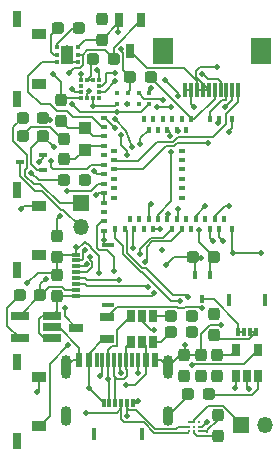
<source format=gbr>
%TF.GenerationSoftware,KiCad,Pcbnew,(5.99.0-8775-g06a515339c)*%
%TF.CreationDate,2021-02-15T16:58:28-05:00*%
%TF.ProjectId,mk2,6d6b322e-6b69-4636-9164-5f7063625858,rev?*%
%TF.SameCoordinates,Original*%
%TF.FileFunction,Copper,L1,Top*%
%TF.FilePolarity,Positive*%
%FSLAX46Y46*%
G04 Gerber Fmt 4.6, Leading zero omitted, Abs format (unit mm)*
G04 Created by KiCad (PCBNEW (5.99.0-8775-g06a515339c)) date 2021-02-15 16:58:28*
%MOMM*%
%LPD*%
G01*
G04 APERTURE LIST*
G04 Aperture macros list*
%AMRoundRect*
0 Rectangle with rounded corners*
0 $1 Rounding radius*
0 $2 $3 $4 $5 $6 $7 $8 $9 X,Y pos of 4 corners*
0 Add a 4 corners polygon primitive as box body*
4,1,4,$2,$3,$4,$5,$6,$7,$8,$9,$2,$3,0*
0 Add four circle primitives for the rounded corners*
1,1,$1+$1,$2,$3*
1,1,$1+$1,$4,$5*
1,1,$1+$1,$6,$7*
1,1,$1+$1,$8,$9*
0 Add four rect primitives between the rounded corners*
20,1,$1+$1,$2,$3,$4,$5,0*
20,1,$1+$1,$4,$5,$6,$7,0*
20,1,$1+$1,$6,$7,$8,$9,0*
20,1,$1+$1,$8,$9,$2,$3,0*%
G04 Aperture macros list end*
%TA.AperFunction,SMDPad,CuDef*%
%ADD10RoundRect,0.237500X0.287500X0.237500X-0.287500X0.237500X-0.287500X-0.237500X0.287500X-0.237500X0*%
%TD*%
%TA.AperFunction,SMDPad,CuDef*%
%ADD11RoundRect,0.237500X-0.237500X0.287500X-0.237500X-0.287500X0.237500X-0.287500X0.237500X0.287500X0*%
%TD*%
%TA.AperFunction,SMDPad,CuDef*%
%ADD12C,0.229500*%
%TD*%
%TA.AperFunction,SMDPad,CuDef*%
%ADD13RoundRect,0.237500X0.237500X-0.287500X0.237500X0.287500X-0.237500X0.287500X-0.237500X-0.287500X0*%
%TD*%
%TA.AperFunction,SMDPad,CuDef*%
%ADD14R,0.300000X0.350000*%
%TD*%
%TA.AperFunction,SMDPad,CuDef*%
%ADD15R,0.350000X0.300000*%
%TD*%
%TA.AperFunction,SMDPad,CuDef*%
%ADD16R,0.400000X0.600000*%
%TD*%
%TA.AperFunction,SMDPad,CuDef*%
%ADD17R,0.600000X0.400000*%
%TD*%
%TA.AperFunction,SMDPad,CuDef*%
%ADD18R,0.650000X1.060000*%
%TD*%
%TA.AperFunction,SMDPad,CuDef*%
%ADD19R,1.220000X0.650000*%
%TD*%
%TA.AperFunction,SMDPad,CuDef*%
%ADD20R,0.700000X0.450000*%
%TD*%
%TA.AperFunction,SMDPad,CuDef*%
%ADD21R,0.650000X1.220000*%
%TD*%
%TA.AperFunction,SMDPad,CuDef*%
%ADD22R,1.270000X0.900000*%
%TD*%
%TA.AperFunction,SMDPad,CuDef*%
%ADD23R,0.800000X1.450000*%
%TD*%
%TA.AperFunction,SMDPad,CuDef*%
%ADD24R,0.300000X1.300000*%
%TD*%
%TA.AperFunction,SMDPad,CuDef*%
%ADD25R,1.800000X2.200000*%
%TD*%
%TA.AperFunction,SMDPad,CuDef*%
%ADD26R,0.300000X0.700000*%
%TD*%
%TA.AperFunction,SMDPad,CuDef*%
%ADD27R,0.300000X1.000000*%
%TD*%
%TA.AperFunction,SMDPad,CuDef*%
%ADD28RoundRect,0.237500X-0.287500X-0.237500X0.287500X-0.237500X0.287500X0.237500X-0.287500X0.237500X0*%
%TD*%
%TA.AperFunction,SMDPad,CuDef*%
%ADD29R,0.400000X0.420000*%
%TD*%
%TA.AperFunction,ComponentPad*%
%ADD30R,1.350000X1.350000*%
%TD*%
%TA.AperFunction,ComponentPad*%
%ADD31O,1.350000X1.350000*%
%TD*%
%TA.AperFunction,SMDPad,CuDef*%
%ADD32R,0.450000X0.700000*%
%TD*%
%TA.AperFunction,SMDPad,CuDef*%
%ADD33RoundRect,0.093750X0.093750X0.106250X-0.093750X0.106250X-0.093750X-0.106250X0.093750X-0.106250X0*%
%TD*%
%TA.AperFunction,ComponentPad*%
%ADD34C,0.500000*%
%TD*%
%TA.AperFunction,SMDPad,CuDef*%
%ADD35R,1.000000X1.600000*%
%TD*%
%TA.AperFunction,SMDPad,CuDef*%
%ADD36R,1.100000X1.050000*%
%TD*%
%TA.AperFunction,SMDPad,CuDef*%
%ADD37R,0.600000X1.160000*%
%TD*%
%TA.AperFunction,SMDPad,CuDef*%
%ADD38R,0.300000X1.160000*%
%TD*%
%TA.AperFunction,ComponentPad*%
%ADD39O,0.900000X2.000000*%
%TD*%
%TA.AperFunction,ComponentPad*%
%ADD40O,0.900000X1.700000*%
%TD*%
%TA.AperFunction,SMDPad,CuDef*%
%ADD41R,0.700000X0.300000*%
%TD*%
%TA.AperFunction,SMDPad,CuDef*%
%ADD42R,1.000000X0.300000*%
%TD*%
%TA.AperFunction,SMDPad,CuDef*%
%ADD43R,1.560000X0.650000*%
%TD*%
%TA.AperFunction,ViaPad*%
%ADD44C,0.500000*%
%TD*%
%TA.AperFunction,Conductor*%
%ADD45C,0.130000*%
%TD*%
%TA.AperFunction,Conductor*%
%ADD46C,0.200000*%
%TD*%
G04 APERTURE END LIST*
D10*
%TO.P,R4,1*%
%TO.N,Net-(IC1-Pad35)*%
X27799000Y-39878000D03*
%TO.P,R4,2*%
%TO.N,USB_DP*%
X26049000Y-39878000D03*
%TD*%
%TO.P,R13,1*%
%TO.N,BACKLIGHT*%
X29704000Y-33528000D03*
%TO.P,R13,2*%
%TO.N,GND*%
X27954000Y-33528000D03*
%TD*%
D11*
%TO.P,R14,1*%
%TO.N,VIN*%
X29718000Y-38368000D03*
%TO.P,R14,2*%
%TO.N,Net-(J4-Pad1)*%
X29718000Y-40118000D03*
%TD*%
D12*
%TO.P,U6,A1,TH*%
%TO.N,+BATT*%
X27600000Y-47477000D03*
%TO.P,U6,A2,BATT*%
X28000000Y-47477000D03*
%TO.P,U6,A3,NC*%
%TO.N,N/C*%
X28400000Y-47477000D03*
%TO.P,U6,B1,SCL*%
%TO.N,SCL*%
X27600000Y-47877000D03*
%TO.P,U6,B2,~ALRT~*%
%TO.N,N/C*%
X28000000Y-47877000D03*
%TO.P,U6,B3,SYS*%
%TO.N,BATTPOW*%
X28400000Y-47877000D03*
%TO.P,U6,C1,SDA*%
%TO.N,SDA*%
X27600000Y-48277000D03*
%TO.P,U6,C2,REG*%
%TO.N,Net-(C10-Pad1)*%
X28000000Y-48277000D03*
%TO.P,U6,C3,GND*%
%TO.N,GND*%
X28400000Y-48277000D03*
%TD*%
D13*
%TO.P,C4,1*%
%TO.N,VIN*%
X16383000Y-36816000D03*
%TO.P,C4,2*%
%TO.N,GND*%
X16383000Y-35066000D03*
%TD*%
D10*
%TO.P,C9,1*%
%TO.N,LCD_DISP*%
X24370000Y-18288000D03*
%TO.P,C9,2*%
%TO.N,GND*%
X22620000Y-18288000D03*
%TD*%
D13*
%TO.P,C8,1*%
%TO.N,+5V*%
X20193000Y-15099000D03*
%TO.P,C8,2*%
%TO.N,GND*%
X20193000Y-13349000D03*
%TD*%
D14*
%TO.P,U4,1,SDO*%
%TO.N,GND*%
X18427000Y-20079000D03*
%TO.P,U4,2,SDX*%
%TO.N,SDA*%
X18927000Y-20079000D03*
%TO.P,U4,3,VDDIO*%
%TO.N,VCC*%
X19427000Y-20079000D03*
%TO.P,U4,4*%
%TO.N,N/C*%
X19927000Y-20079000D03*
D15*
%TO.P,U4,5,INT1*%
%TO.N,ACCELINT1*%
X19952000Y-19554000D03*
%TO.P,U4,6,INT2*%
%TO.N,ACCELINT2*%
X19952000Y-19054000D03*
D14*
%TO.P,U4,7,VDD*%
%TO.N,VCC*%
X19927000Y-18529000D03*
%TO.P,U4,8,GNDIO*%
%TO.N,GND*%
X19427000Y-18529000D03*
%TO.P,U4,9,GND*%
X18927000Y-18529000D03*
%TO.P,U4,10,~CSB~*%
%TO.N,VCC*%
X18427000Y-18529000D03*
D15*
%TO.P,U4,11*%
%TO.N,N/C*%
X18402000Y-19054000D03*
%TO.P,U4,12,SCX*%
%TO.N,SCL*%
X18402000Y-19554000D03*
%TD*%
D10*
%TO.P,R15,1*%
%TO.N,BUZZER*%
X15250000Y-23250000D03*
%TO.P,R15,2*%
%TO.N,GND*%
X13500000Y-23250000D03*
%TD*%
D16*
%TO.P,IC1,1,GND_1*%
%TO.N,GND*%
X31250000Y-21850000D03*
%TO.P,IC1,2,GND_2*%
X30150000Y-21850000D03*
%TO.P,IC1,3,P1.10*%
%TO.N,LCD_CS*%
X29350000Y-21850000D03*
%TO.P,IC1,4,P1.11*%
%TO.N,LCD_DISP*%
X27750000Y-21850000D03*
%TO.P,IC1,5,P1.12*%
%TO.N,N/C*%
X27350000Y-22750000D03*
%TO.P,IC1,6,P1.13*%
X26950000Y-21850000D03*
%TO.P,IC1,7,P1.14*%
%TO.N,ACCELINT1*%
X26550000Y-22750000D03*
%TO.P,IC1,8,P1.15*%
%TO.N,N/C*%
X26150000Y-21850000D03*
%TO.P,IC1,9,P0.03*%
%TO.N,ACCELINT2*%
X25750000Y-22750000D03*
%TO.P,IC1,10,P0.29*%
%TO.N,N/C*%
X25350000Y-21850000D03*
%TO.P,IC1,11,P0.02*%
X24950000Y-22750000D03*
%TO.P,IC1,12,P0.31*%
X24550000Y-21850000D03*
%TO.P,IC1,13,P0.28*%
%TO.N,BUZZER*%
X24150000Y-22750000D03*
%TO.P,IC1,14,P0.30*%
%TO.N,N/C*%
X23750000Y-21850000D03*
D17*
%TO.P,IC1,15,GND_3*%
%TO.N,GND*%
X20350000Y-21700000D03*
%TO.P,IC1,16,P0.27*%
%TO.N,5VREG_EN*%
X20350000Y-22500000D03*
%TO.P,IC1,17,P0.00/XL1*%
%TO.N,/XL1*%
X20350000Y-23300000D03*
%TO.P,IC1,18,P0.01/XL2*%
%TO.N,/XL2*%
X20350000Y-24100000D03*
%TO.P,IC1,19,P0.26*%
%TO.N,N/C*%
X21250000Y-24500000D03*
%TO.P,IC1,20,P0.04*%
X20350000Y-24900000D03*
%TO.P,IC1,21,P0.05*%
%TO.N,SPI_CLK*%
X21250000Y-25300000D03*
%TO.P,IC1,22,P0.06*%
%TO.N,BUTTON1*%
X20350000Y-25700000D03*
%TO.P,IC1,23,P0.07*%
%TO.N,SPI_MOSI*%
X21250000Y-26100000D03*
%TO.P,IC1,24,P0.08*%
%TO.N,BUTTON5*%
X20350000Y-26500000D03*
%TO.P,IC1,25,P1.08*%
%TO.N,N/C*%
X21250000Y-26900000D03*
%TO.P,IC1,26,P1.09*%
%TO.N,BUTTON3*%
X20350000Y-27300000D03*
%TO.P,IC1,27,P0.11*%
%TO.N,N/C*%
X21250000Y-27700000D03*
%TO.P,IC1,28,VDD*%
%TO.N,VCC*%
X20350000Y-28100000D03*
%TO.P,IC1,29,P0.12*%
%TO.N,N/C*%
X21250000Y-28500000D03*
%TO.P,IC1,30,VDDH*%
%TO.N,VCC*%
X20350000Y-28900000D03*
%TO.P,IC1,31,DCCH*%
%TO.N,N/C*%
X20350000Y-29700000D03*
%TO.P,IC1,32,VBUS*%
%TO.N,VUSB*%
X20350000Y-30500000D03*
%TO.P,IC1,33,GND_4*%
%TO.N,GND*%
X20350000Y-31300000D03*
D16*
%TO.P,IC1,34,D-*%
%TO.N,Net-(IC1-Pad34)*%
X21350000Y-31150000D03*
%TO.P,IC1,35,D+*%
%TO.N,Net-(IC1-Pad35)*%
X22150000Y-31150000D03*
%TO.P,IC1,36,P0.14*%
%TO.N,N/C*%
X22550000Y-30250000D03*
%TO.P,IC1,37,P0.13*%
%TO.N,SPARE*%
X22950000Y-31150000D03*
%TO.P,IC1,38,P0.16*%
%TO.N,N/C*%
X23350000Y-30250000D03*
%TO.P,IC1,39,P0.15*%
X23750000Y-31150000D03*
%TO.P,IC1,40,P0.18/RESET*%
%TO.N,RST*%
X24150000Y-30250000D03*
%TO.P,IC1,41,P0.17*%
%TO.N,RTCIRQ*%
X24550000Y-31150000D03*
%TO.P,IC1,42,P0.19*%
%TO.N,SQW*%
X24950000Y-30250000D03*
%TO.P,IC1,43,P0.21*%
%TO.N,SIDE_INT*%
X25750000Y-30250000D03*
%TO.P,IC1,44,P0.20*%
%TO.N,SDA*%
X26150000Y-31150000D03*
%TO.P,IC1,45,P0.23*%
%TO.N,BACKLIGHT*%
X26550000Y-30250000D03*
%TO.P,IC1,46,P0.22*%
%TO.N,SCL*%
X26950000Y-31150000D03*
%TO.P,IC1,47,P1.00*%
%TO.N,N/C*%
X27350000Y-30250000D03*
%TO.P,IC1,48,P0.24*%
X27750000Y-31150000D03*
%TO.P,IC1,49,P0.25*%
%TO.N,FLASHLIGHT*%
X28150000Y-30250000D03*
%TO.P,IC1,50,P1.02*%
%TO.N,N/C*%
X28950000Y-30250000D03*
%TO.P,IC1,51,SWDIO*%
%TO.N,SWDIO*%
X29350000Y-31150000D03*
%TO.P,IC1,52,P0.09/NFC1*%
%TO.N,CHGNG*%
X29750000Y-30250000D03*
%TO.P,IC1,53,SWDCLK*%
%TO.N,SWDCLK*%
X30150000Y-31150000D03*
%TO.P,IC1,54,P0.10/NFC2*%
%TO.N,N/C*%
X30550000Y-30250000D03*
%TO.P,IC1,55,GND_5*%
%TO.N,GND*%
X31250000Y-31150000D03*
D17*
%TO.P,IC1,56,P1.04*%
%TO.N,N/C*%
X26950000Y-24500000D03*
%TO.P,IC1,57,P1.06*%
X26950000Y-25300000D03*
%TO.P,IC1,58,P1.07*%
X26950000Y-26100000D03*
%TO.P,IC1,59,P1.05*%
X26950000Y-26900000D03*
%TO.P,IC1,60,P1.03*%
X26950000Y-27700000D03*
%TO.P,IC1,61,P1.01*%
X26950000Y-28500000D03*
%TD*%
D18*
%TO.P,U3,1,STAT*%
%TO.N,CHGNG*%
X31550000Y-43600000D03*
%TO.P,U3,2,VSS*%
%TO.N,GND*%
X32500000Y-43600000D03*
%TO.P,U3,3,VBAT*%
%TO.N,BATTPOW*%
X33450000Y-43600000D03*
%TO.P,U3,4,VDD*%
%TO.N,VUSB*%
X33450000Y-41400000D03*
%TO.P,U3,5,PROG*%
%TO.N,Net-(R9-Pad1)*%
X31550000Y-41400000D03*
%TD*%
D13*
%TO.P,C10,1*%
%TO.N,Net-(C10-Pad1)*%
X30000000Y-48627000D03*
%TO.P,C10,2*%
%TO.N,GND*%
X30000000Y-46877000D03*
%TD*%
D19*
%TO.P,D1,1,A*%
%TO.N,VUSB*%
X20620000Y-40450000D03*
%TO.P,D1,2,A*%
%TO.N,BATTPOW*%
X20620000Y-38550000D03*
%TO.P,D1,3,K*%
%TO.N,Net-(D1-Pad3)*%
X18000000Y-39500000D03*
%TD*%
D20*
%TO.P,Q4,1,G*%
%TO.N,BUZZER*%
X15250000Y-26150000D03*
%TO.P,Q4,2,S*%
%TO.N,GND*%
X15250000Y-24850000D03*
%TO.P,Q4,3,D*%
%TO.N,Net-(J3-Pad2)*%
X13250000Y-25500000D03*
%TD*%
D10*
%TO.P,C20,1*%
%TO.N,BATTPOW*%
X29250000Y-45127000D03*
%TO.P,C20,2*%
%TO.N,GND*%
X27500000Y-45127000D03*
%TD*%
D18*
%TO.P,U5,1,CH1Out*%
%TO.N,USB_DN*%
X24572000Y-38524000D03*
%TO.P,U5,2,GND*%
%TO.N,GND*%
X23622000Y-38524000D03*
%TO.P,U5,3,CH1In*%
%TO.N,USB_DN_EXT*%
X22672000Y-38524000D03*
%TO.P,U5,4,CH2Int*%
%TO.N,USB_DP_EXT*%
X22672000Y-40724000D03*
%TO.P,U5,5,VCC*%
%TO.N,VUSB*%
X23622000Y-40724000D03*
%TO.P,U5,6,CH2Out*%
%TO.N,USB_DP*%
X24572000Y-40724000D03*
%TD*%
D21*
%TO.P,D2,1,A*%
%TO.N,VIN*%
X23556000Y-13422000D03*
%TO.P,D2,2,A*%
%TO.N,+5V*%
X21656000Y-13422000D03*
%TO.P,D2,3,K*%
%TO.N,DISP_POWER*%
X22606000Y-16042000D03*
%TD*%
D22*
%TO.P,SW2,1,1*%
%TO.N,GND*%
X14885000Y-14650000D03*
%TO.P,SW2,2,2*%
%TO.N,BUTTON1*%
X14885000Y-18850000D03*
D23*
%TO.P,SW2,3*%
%TO.N,N/C*%
X13000000Y-13375000D03*
%TO.P,SW2,4*%
X13000000Y-20125000D03*
%TD*%
D24*
%TO.P,J1,1,Pin_1*%
%TO.N,SPI_CLK*%
X31750000Y-19350000D03*
%TO.P,J1,2,Pin_2*%
%TO.N,SPI_MOSI*%
X31250000Y-19350000D03*
%TO.P,J1,3,Pin_3*%
%TO.N,LCD_CS*%
X30750000Y-19350000D03*
%TO.P,J1,4,Pin_4*%
%TO.N,SQW*%
X30250000Y-19350000D03*
%TO.P,J1,5,Pin_5*%
%TO.N,LCD_DISP*%
X29750000Y-19350000D03*
%TO.P,J1,6,Pin_6*%
%TO.N,DISP_POWER*%
X29250000Y-19350000D03*
%TO.P,J1,7,Pin_7*%
X28750000Y-19350000D03*
%TO.P,J1,8,Pin_8*%
X28250000Y-19350000D03*
%TO.P,J1,9,Pin_9*%
%TO.N,GND*%
X27750000Y-19350000D03*
%TO.P,J1,10,Pin_10*%
X27250000Y-19350000D03*
D25*
%TO.P,J1,MP*%
%TO.N,N/C*%
X25350000Y-16100000D03*
X33650000Y-16100000D03*
%TD*%
D26*
%TO.P,J7,1,1*%
%TO.N,VUSB*%
X20340000Y-45844000D03*
%TO.P,J7,2,2*%
%TO.N,USB_DN_EXT*%
X20840000Y-45844000D03*
%TO.P,J7,3,3*%
%TO.N,USB_DP_EXT*%
X21340000Y-45844000D03*
%TO.P,J7,4,4*%
%TO.N,SDA*%
X21840000Y-45844000D03*
%TO.P,J7,5,5*%
%TO.N,SCL*%
X22340000Y-45844000D03*
%TO.P,J7,6,6*%
%TO.N,GND*%
X22840000Y-45844000D03*
D27*
%TO.P,J7,S1,SHIELD*%
%TO.N,N/C*%
X19550000Y-48494000D03*
%TO.P,J7,S2,SHIELD__1*%
X23630000Y-48494000D03*
%TD*%
D11*
%TO.P,R9,1*%
%TO.N,Net-(R9-Pad1)*%
X29972000Y-41797000D03*
%TO.P,R9,2*%
%TO.N,GND*%
X29972000Y-43547000D03*
%TD*%
D26*
%TO.P,J4,1,1*%
%TO.N,Net-(J4-Pad1)*%
X33250000Y-39825000D03*
%TO.P,J4,2,2*%
X32750000Y-39825000D03*
%TO.P,J4,3,3*%
%TO.N,Net-(J4-Pad3)*%
X32250000Y-39825000D03*
%TO.P,J4,4,4*%
X31750000Y-39825000D03*
D27*
%TO.P,J4,S1,SHIELD*%
%TO.N,N/C*%
X34040000Y-37175000D03*
%TO.P,J4,S2,SHIELD__1*%
X30960000Y-37175000D03*
%TD*%
D11*
%TO.P,C2,1*%
%TO.N,GND*%
X17000000Y-23500000D03*
%TO.P,C2,2*%
%TO.N,/XL2*%
X17000000Y-25250000D03*
%TD*%
D28*
%TO.P,C5,1*%
%TO.N,GND*%
X19445000Y-16764000D03*
%TO.P,C5,2*%
%TO.N,VIN*%
X21195000Y-16764000D03*
%TD*%
D29*
%TO.P,IC2,1,SDA*%
%TO.N,SDA*%
X24210000Y-19616000D03*
%TO.P,IC2,2,SQW*%
%TO.N,SQW*%
X23310000Y-19616000D03*
%TO.P,IC2,3,VSS*%
%TO.N,GND*%
X22410000Y-19616000D03*
%TO.P,IC2,4*%
%TO.N,N/C*%
X21510000Y-19616000D03*
%TO.P,IC2,5,VCC*%
%TO.N,VCC*%
X21510000Y-20516000D03*
%TO.P,IC2,6,~IRQ/OUT~*%
%TO.N,RTCIRQ*%
X22410000Y-20516000D03*
%TO.P,IC2,7*%
%TO.N,N/C*%
X23310000Y-20516000D03*
%TO.P,IC2,8,SCL*%
%TO.N,SCL*%
X24210000Y-20516000D03*
%TD*%
D30*
%TO.P,BT1,1,+*%
%TO.N,+BATT*%
X32000000Y-47750000D03*
D31*
%TO.P,BT1,2,-*%
%TO.N,GND*%
X34000000Y-47750000D03*
%TD*%
D22*
%TO.P,SW4,1,1*%
%TO.N,GND*%
X14885000Y-43650000D03*
%TO.P,SW4,2,2*%
%TO.N,BUTTON3*%
X14885000Y-47850000D03*
D23*
%TO.P,SW4,3*%
%TO.N,N/C*%
X13000000Y-42375000D03*
%TO.P,SW4,4*%
X13000000Y-49125000D03*
%TD*%
D10*
%TO.P,C6,1*%
%TO.N,Net-(C6-Pad1)*%
X18274000Y-14097000D03*
%TO.P,C6,2*%
%TO.N,Net-(C6-Pad2)*%
X16524000Y-14097000D03*
%TD*%
D32*
%TO.P,Q3,1,G*%
%TO.N,BACKLIGHT*%
X29352000Y-35068000D03*
%TO.P,Q3,2,S*%
%TO.N,GND*%
X28052000Y-35068000D03*
%TO.P,Q3,3,D*%
%TO.N,Net-(J4-Pad3)*%
X28702000Y-37068000D03*
%TD*%
D33*
%TO.P,U1,1,GND*%
%TO.N,GND*%
X18140500Y-17033000D03*
%TO.P,U1,2,VIN*%
%TO.N,VIN*%
X18140500Y-16383000D03*
%TO.P,U1,3,VOUT*%
%TO.N,+5V*%
X18140500Y-15733000D03*
%TO.P,U1,4,CP+*%
%TO.N,Net-(C6-Pad1)*%
X16365500Y-15733000D03*
%TO.P,U1,5,CP-*%
%TO.N,Net-(C6-Pad2)*%
X16365500Y-16383000D03*
%TO.P,U1,6,ENA*%
%TO.N,5VREG_EN*%
X16365500Y-17033000D03*
D34*
%TO.P,U1,7,EP*%
%TO.N,GND*%
X17253000Y-15833000D03*
X17253000Y-16933000D03*
D35*
X17253000Y-16383000D03*
%TD*%
D36*
%TO.P,Y1,1,1*%
%TO.N,/XL2*%
X18750000Y-24425000D03*
%TO.P,Y1,2,2*%
%TO.N,/XL1*%
X18750000Y-22575000D03*
%TD*%
D37*
%TO.P,J2,A1,GND*%
%TO.N,GND*%
X18300000Y-42240000D03*
%TO.P,J2,A4,VBUS*%
%TO.N,VUSB*%
X19100000Y-42240000D03*
D38*
%TO.P,J2,A5,CC1*%
%TO.N,Net-(J2-PadA5)*%
X20250000Y-42240000D03*
%TO.P,J2,A6,D+*%
%TO.N,USB_DP_EXT*%
X21250000Y-42240000D03*
%TO.P,J2,A7,D-*%
%TO.N,USB_DN_EXT*%
X21750000Y-42240000D03*
%TO.P,J2,A8,SBU1*%
%TO.N,N/C*%
X22750000Y-42240000D03*
D37*
%TO.P,J2,A9,VBUS*%
%TO.N,VUSB*%
X23900000Y-42240000D03*
%TO.P,J2,A12,GND*%
%TO.N,GND*%
X24700000Y-42240000D03*
D38*
%TO.P,J2,B5,CC2*%
%TO.N,Net-(J2-PadB5)*%
X23250000Y-42240000D03*
%TO.P,J2,B6,D+*%
%TO.N,USB_DP_EXT*%
X22250000Y-42240000D03*
%TO.P,J2,B7,D-*%
%TO.N,USB_DN_EXT*%
X20750000Y-42240000D03*
%TO.P,J2,B8,SBU2*%
%TO.N,N/C*%
X19750000Y-42240000D03*
D39*
%TO.P,J2,S1,SHIELD*%
%TO.N,GND*%
X25820000Y-42820000D03*
D40*
X25820000Y-46990000D03*
D39*
X17180000Y-42820000D03*
D40*
X17180000Y-46990000D03*
%TD*%
D11*
%TO.P,C7,1*%
%TO.N,VCC*%
X16383000Y-31764000D03*
%TO.P,C7,2*%
%TO.N,GND*%
X16383000Y-33514000D03*
%TD*%
D10*
%TO.P,R3,1*%
%TO.N,Net-(IC1-Pad34)*%
X27799000Y-38481000D03*
%TO.P,R3,2*%
%TO.N,USB_DN*%
X26049000Y-38481000D03*
%TD*%
D13*
%TO.P,R11,1*%
%TO.N,Net-(J2-PadA5)*%
X27178000Y-43547000D03*
%TO.P,R11,2*%
%TO.N,GND*%
X27178000Y-41797000D03*
%TD*%
D10*
%TO.P,R16,1*%
%TO.N,VCC*%
X15250000Y-21750000D03*
%TO.P,R16,2*%
%TO.N,Net-(J3-Pad1)*%
X13500000Y-21750000D03*
%TD*%
D41*
%TO.P,J5,1,1*%
%TO.N,VIN*%
X18030000Y-36802000D03*
%TO.P,J5,2,2*%
%TO.N,VCC*%
X18030000Y-36302000D03*
%TO.P,J5,3,3*%
%TO.N,FLASHLIGHT*%
X18030000Y-35802000D03*
%TO.P,J5,4,4*%
%TO.N,SIDE_INT*%
X18030000Y-35302000D03*
%TO.P,J5,5,5*%
%TO.N,SDA*%
X18030000Y-34802000D03*
%TO.P,J5,6,6*%
%TO.N,SCL*%
X18030000Y-34302000D03*
%TO.P,J5,7,7*%
%TO.N,SPARE*%
X18030000Y-33802000D03*
%TO.P,J5,8,8*%
%TO.N,GND*%
X18030000Y-33302000D03*
D42*
%TO.P,J5,S1,SHIELD*%
%TO.N,N/C*%
X20680000Y-37592000D03*
%TO.P,J5,S2,SHIELD__1*%
X20680000Y-32512000D03*
%TD*%
D10*
%TO.P,C3,1*%
%TO.N,VCC*%
X18750000Y-27000000D03*
%TO.P,C3,2*%
%TO.N,GND*%
X17000000Y-27000000D03*
%TD*%
D22*
%TO.P,SW1,1,1*%
%TO.N,GND*%
X14885000Y-29150000D03*
%TO.P,SW1,2,2*%
%TO.N,BUTTON5*%
X14885000Y-33350000D03*
D23*
%TO.P,SW1,3*%
%TO.N,N/C*%
X13000000Y-27875000D03*
%TO.P,SW1,4*%
X13000000Y-34625000D03*
%TD*%
D30*
%TO.P,J3,1,Pin_1*%
%TO.N,Net-(J3-Pad1)*%
X18415000Y-28972000D03*
D31*
%TO.P,J3,2,Pin_2*%
%TO.N,Net-(J3-Pad2)*%
X18415000Y-30972000D03*
%TD*%
D13*
%TO.P,R12,1*%
%TO.N,Net-(J2-PadB5)*%
X28575000Y-43547000D03*
%TO.P,R12,2*%
%TO.N,GND*%
X28575000Y-41797000D03*
%TD*%
D43*
%TO.P,U2,1,VIN*%
%TO.N,VIN*%
X15950000Y-40400000D03*
%TO.P,U2,2,GND*%
%TO.N,GND*%
X15950000Y-39450000D03*
%TO.P,U2,3,EN*%
%TO.N,VIN*%
X15950000Y-38500000D03*
%TO.P,U2,4,FB*%
%TO.N,VCC*%
X13250000Y-38500000D03*
%TO.P,U2,5,SW*%
%TO.N,Net-(L1-Pad1)*%
X13250000Y-40400000D03*
%TD*%
D28*
%TO.P,L1,1,1*%
%TO.N,Net-(L1-Pad1)*%
X13250000Y-36750000D03*
%TO.P,L1,2,2*%
%TO.N,VCC*%
X15000000Y-36750000D03*
%TD*%
D11*
%TO.P,C1,1*%
%TO.N,GND*%
X16750000Y-20250000D03*
%TO.P,C1,2*%
%TO.N,/XL1*%
X16750000Y-22000000D03*
%TD*%
D44*
%TO.N,SPARE*%
X18775000Y-32903335D03*
%TO.N,GND*%
X20000000Y-34850000D03*
%TO.N,SPARE*%
X22860000Y-32754254D03*
%TO.N,SCL*%
X18901577Y-34140798D03*
%TO.N,SDA*%
X19200000Y-33500000D03*
%TO.N,BUTTON3*%
X17354709Y-40995064D03*
%TO.N,VIN*%
X15950000Y-38500000D03*
%TO.N,Net-(D1-Pad3)*%
X17043555Y-37852223D03*
%TO.N,GND*%
X25600000Y-34200000D03*
X28586081Y-33568972D03*
X33655000Y-33172400D03*
X20269200Y-13258800D03*
X14909800Y-25425400D03*
X14986000Y-14478000D03*
X20421600Y-32054800D03*
X24587200Y-39674800D03*
X21336000Y-22606000D03*
X14732000Y-44932600D03*
X23291800Y-45694600D03*
X30073600Y-22148800D03*
X16967200Y-23317200D03*
X27228800Y-40995600D03*
X32639000Y-44704000D03*
X13614400Y-23418800D03*
X21831000Y-15937999D03*
X30073600Y-43561000D03*
X14224000Y-26365200D03*
X16052800Y-18034000D03*
X31292800Y-33172400D03*
X30305498Y-39243000D03*
X30175200Y-46812200D03*
X17983200Y-32664400D03*
X19304000Y-16764000D03*
X13868400Y-35737800D03*
X27990800Y-20777200D03*
X13335000Y-29464000D03*
X30937200Y-22910800D03*
%TO.N,VCC*%
X19822694Y-17679875D03*
X15458018Y-35357588D03*
X22301200Y-24892000D03*
X18750000Y-27000000D03*
X16662400Y-30022800D03*
X15825000Y-21925392D03*
X16383000Y-31764000D03*
X19456400Y-20726400D03*
X21793200Y-23164800D03*
X18427000Y-18020600D03*
X19685000Y-28270200D03*
%TO.N,VIN*%
X24638000Y-36576000D03*
X17399000Y-17907000D03*
X29718000Y-38368000D03*
X16383000Y-36816000D03*
%TO.N,BATTPOW*%
X29121247Y-47442617D03*
X29250000Y-45127000D03*
X28702000Y-37868002D03*
%TO.N,VUSB*%
X22225000Y-44323000D03*
X19100000Y-44604000D03*
X27813000Y-42672000D03*
X20620000Y-40450000D03*
X23622000Y-40724000D03*
X21209000Y-34671000D03*
%TO.N,Net-(IC1-Pad34)*%
X26797000Y-37211000D03*
X27799000Y-38481000D03*
%TO.N,Net-(IC1-Pad35)*%
X27483838Y-36855038D03*
X27799000Y-39878000D03*
%TO.N,RST*%
X24341010Y-28998990D03*
X25265990Y-32932047D03*
%TO.N,SWDIO*%
X29591000Y-32131000D03*
%TO.N,SWDCLK*%
X30480000Y-32131000D03*
%TO.N,SQW*%
X28702000Y-18034000D03*
X26070863Y-24643340D03*
X25400000Y-20193000D03*
%TO.N,SDA*%
X19123667Y-19480928D03*
X22758400Y-24180800D03*
X21323702Y-21854327D03*
X18848188Y-46683812D03*
X24333200Y-19202400D03*
X23410990Y-33269264D03*
%TO.N,RTCIRQ*%
X22352000Y-20574000D03*
X25146000Y-31115000D03*
%TO.N,SCL*%
X23876000Y-33909000D03*
X21452997Y-21219003D03*
X17673385Y-20594010D03*
X17653000Y-19304000D03*
X22352000Y-46990000D03*
%TO.N,Net-(J2-PadB5)*%
X23241000Y-43307000D03*
X28575000Y-43561000D03*
%TO.N,Net-(J2-PadA5)*%
X27178000Y-43547000D03*
X20066000Y-43561000D03*
%TO.N,BACKLIGHT*%
X26670000Y-29464000D03*
X28440990Y-31195332D03*
%TO.N,BUZZER*%
X16118817Y-24224193D03*
X23446133Y-23976758D03*
%TO.N,CHGNG*%
X30988000Y-29210000D03*
X31496000Y-44577000D03*
%TO.N,SPI_MOSI*%
X29210000Y-23876000D03*
X30607000Y-20828000D03*
%TO.N,BUTTON1*%
X14885000Y-18850000D03*
X15890675Y-25418525D03*
%TO.N,BUTTON5*%
X19536732Y-26267732D03*
X14885009Y-33350000D03*
%TO.N,BUTTON3*%
X17272000Y-27925000D03*
%TO.N,DISP_POWER*%
X29972000Y-17429000D03*
%TO.N,ACCELINT2*%
X24892000Y-20828000D03*
X26035000Y-20828000D03*
X21336000Y-17907000D03*
X25965209Y-23283318D03*
%TO.N,ACCELINT1*%
X25553943Y-18548721D03*
X26653168Y-22843168D03*
X21336000Y-18643600D03*
X26635326Y-19896775D03*
%TO.N,+5V*%
X21590000Y-14478000D03*
%TO.N,SIDE_INT*%
X21632548Y-35413990D03*
X25781000Y-29845000D03*
%TO.N,USB_DN_EXT*%
X20746250Y-43807990D03*
X21844000Y-43307000D03*
%TO.N,FLASHLIGHT*%
X24130000Y-36068000D03*
X28956000Y-29210000D03*
%TD*%
D45*
%TO.N,GND*%
X18750000Y-32200000D02*
X18938324Y-32388324D01*
%TO.N,SPARE*%
X18645011Y-33033324D02*
X18775000Y-32903335D01*
X18507020Y-33802000D02*
X18645011Y-33664009D01*
%TO.N,GND*%
X18030000Y-32920000D02*
X18750000Y-32200000D01*
%TO.N,SPARE*%
X18645011Y-33664009D02*
X18645011Y-33033324D01*
X18030000Y-33802000D02*
X18507020Y-33802000D01*
%TO.N,GND*%
X18030000Y-33302000D02*
X18030000Y-32920000D01*
X19950000Y-34800000D02*
X20000000Y-34850000D01*
X18938324Y-32388324D02*
X19022206Y-32388324D01*
X19022206Y-32388324D02*
X19290011Y-32656129D01*
X19290011Y-32656129D02*
X19290011Y-32740011D01*
X19290011Y-32740011D02*
X19950000Y-33400000D01*
X19950000Y-33400000D02*
X19950000Y-34800000D01*
%TO.N,SPARE*%
X22950000Y-31150000D02*
X22860000Y-31240000D01*
X22860000Y-31240000D02*
X22860000Y-32754254D01*
%TO.N,VUSB*%
X21209000Y-34671000D02*
X21209000Y-33509000D01*
X21209000Y-33509000D02*
X20627011Y-32927011D01*
X20627011Y-32927011D02*
X19967991Y-32927011D01*
X19967991Y-32927011D02*
X19784989Y-32744009D01*
X19784989Y-32744009D02*
X19784989Y-30887991D01*
X20172980Y-30500000D02*
X20350000Y-30500000D01*
%TO.N,SCL*%
X18042000Y-34290000D02*
X18752375Y-34290000D01*
%TO.N,SDA*%
X19200000Y-33751004D02*
X19200000Y-33500000D01*
%TO.N,SCL*%
X18752375Y-34290000D02*
X18901577Y-34140798D01*
%TO.N,SDA*%
X18902000Y-34802000D02*
X18030000Y-34802000D01*
X19366588Y-34337412D02*
X19366588Y-33917592D01*
X18902000Y-34802000D02*
X19366588Y-34337412D01*
X19366588Y-33917592D02*
X19200000Y-33751004D01*
%TO.N,VIN*%
X18030000Y-36802000D02*
X16397000Y-36802000D01*
X16397000Y-36802000D02*
X16383000Y-36816000D01*
%TO.N,GND*%
X18030000Y-33302000D02*
X18030000Y-32711200D01*
X18030000Y-32711200D02*
X17983200Y-32664400D01*
%TO.N,VIN*%
X18030000Y-36802000D02*
X24412000Y-36802000D01*
X24412000Y-36802000D02*
X24638000Y-36576000D01*
%TO.N,BUTTON3*%
X15785011Y-46949989D02*
X15785011Y-42564762D01*
X14885000Y-47850000D02*
X15785011Y-46949989D01*
%TO.N,GND*%
X15950000Y-39450000D02*
X16537980Y-39450000D01*
%TO.N,BUTTON3*%
X15785011Y-42564762D02*
X17354709Y-40995064D01*
%TO.N,GND*%
X16537980Y-39450000D02*
X18300000Y-41212020D01*
X18300000Y-41212020D02*
X18300000Y-42240000D01*
%TO.N,Net-(D1-Pad3)*%
X17043555Y-37852223D02*
X17043555Y-38543555D01*
X17043555Y-38543555D02*
X18000000Y-39500000D01*
%TO.N,GND*%
X25600000Y-34200000D02*
X26272000Y-33528000D01*
X26272000Y-33528000D02*
X27954000Y-33528000D01*
X27954000Y-33528000D02*
X28545109Y-33528000D01*
X28545109Y-33528000D02*
X28586081Y-33568972D01*
X14240020Y-22509980D02*
X13500000Y-23250000D01*
X31250000Y-22598000D02*
X30937200Y-22910800D01*
X22620000Y-19406000D02*
X22410000Y-19616000D01*
X27250000Y-19350000D02*
X27750000Y-19350000D01*
X31242000Y-31599952D02*
X31242000Y-33121600D01*
X31250000Y-31591952D02*
X31242000Y-31599952D01*
X18427000Y-20079000D02*
X16921000Y-20079000D01*
X27228800Y-40995600D02*
X27228800Y-41746200D01*
X31250000Y-21850000D02*
X31250000Y-22598000D01*
X19304000Y-18152000D02*
X19304000Y-16764000D01*
X30150000Y-22072400D02*
X30073600Y-22148800D01*
X21831000Y-15937999D02*
X21831000Y-16015000D01*
X16507301Y-23192301D02*
X15824980Y-22509980D01*
X28589020Y-41782980D02*
X28589020Y-40011308D01*
X17760000Y-42240000D02*
X17180000Y-42820000D01*
X28589020Y-40011308D02*
X29357328Y-39243000D01*
X31242000Y-33121600D02*
X31292800Y-33172400D01*
X27750000Y-20536400D02*
X27990800Y-20777200D01*
X19427000Y-18529000D02*
X18927000Y-18529000D01*
X15824980Y-22509980D02*
X14240020Y-22509980D01*
X29125400Y-48277000D02*
X29133800Y-48285400D01*
X28052000Y-35068000D02*
X28052000Y-33626000D01*
X25240000Y-42240000D02*
X25820000Y-42820000D01*
X16159587Y-34842587D02*
X14763613Y-34842587D01*
X23142400Y-45844000D02*
X23291800Y-45694600D01*
X20430000Y-21700000D02*
X21336000Y-22606000D01*
X20350000Y-31300000D02*
X20350000Y-31983200D01*
X14885000Y-43650000D02*
X14885000Y-44779600D01*
X22620000Y-18288000D02*
X22620000Y-19406000D01*
X28400000Y-48277000D02*
X29125400Y-48277000D01*
X24700000Y-42240000D02*
X25240000Y-42240000D01*
X27500000Y-45310000D02*
X25820000Y-46990000D01*
X16750000Y-20250000D02*
X16750000Y-18731200D01*
X29133800Y-48158400D02*
X30000000Y-47292200D01*
X14763613Y-34842587D02*
X13868400Y-35737800D01*
X27750000Y-19350000D02*
X27750000Y-20536400D01*
X16383000Y-35066000D02*
X16383000Y-33514000D01*
X27178000Y-41797000D02*
X28575000Y-41797000D01*
X17000000Y-27000000D02*
X14858800Y-27000000D01*
X16750000Y-18731200D02*
X16052800Y-18034000D01*
X21985020Y-17717820D02*
X22555200Y-18288000D01*
X21985020Y-16244620D02*
X21985020Y-17717820D01*
X21831000Y-16015000D02*
X21793200Y-16052800D01*
X20350000Y-31983200D02*
X20421600Y-32054800D01*
X14858800Y-27000000D02*
X14224000Y-26365200D01*
X13649000Y-29150000D02*
X13335000Y-29464000D01*
X16595000Y-33302000D02*
X18030000Y-33302000D01*
X32500000Y-43600000D02*
X32500000Y-44565000D01*
X16967200Y-23317200D02*
X16507301Y-23192301D01*
X18140500Y-17033000D02*
X17353000Y-17033000D01*
X32500000Y-44565000D02*
X32639000Y-44704000D01*
X15250000Y-25085200D02*
X14909800Y-25425400D01*
X15250000Y-24850000D02*
X15250000Y-25085200D01*
X31250000Y-31150000D02*
X31250000Y-31591952D01*
X29133800Y-48285400D02*
X29133800Y-48158400D01*
X21793200Y-16052800D02*
X21985020Y-16244620D01*
X26843000Y-41797000D02*
X25820000Y-42820000D01*
X22840000Y-45844000D02*
X23142400Y-45844000D01*
X31292800Y-33172400D02*
X33655000Y-33172400D01*
X29357328Y-39243000D02*
X30305498Y-39243000D01*
X14885000Y-29150000D02*
X13649000Y-29150000D01*
X23622000Y-38906020D02*
X24390780Y-39674800D01*
X18300000Y-42240000D02*
X17760000Y-42240000D01*
X24390780Y-39674800D02*
X24587200Y-39674800D01*
X14885000Y-44779600D02*
X14732000Y-44932600D01*
X18927000Y-18529000D02*
X19304000Y-18152000D01*
%TO.N,+BATT*%
X28000000Y-47314953D02*
X28000000Y-47477000D01*
X30445652Y-46086980D02*
X29227973Y-46086980D01*
X29227973Y-46086980D02*
X28000000Y-47314953D01*
X32000000Y-47641328D02*
X30445652Y-46086980D01*
X27600000Y-47477000D02*
X28000000Y-47477000D01*
%TO.N,VCC*%
X16383000Y-31764000D02*
X16383000Y-30302200D01*
X19427000Y-20697000D02*
X19456400Y-20726400D01*
X16828652Y-36025980D02*
X15724020Y-36025980D01*
X13250000Y-38500000D02*
X15000000Y-36750000D01*
X16383000Y-30302200D02*
X16662400Y-30022800D01*
X20350000Y-28900000D02*
X20350000Y-28100000D01*
X21793200Y-24066180D02*
X21793200Y-23164800D01*
X22301200Y-24892000D02*
X22301200Y-24574180D01*
X15000000Y-35815606D02*
X15458018Y-35357588D01*
X22301200Y-24574180D02*
X21793200Y-24066180D01*
X19939000Y-18517000D02*
X19939000Y-18237020D01*
X15724020Y-36025980D02*
X15000000Y-36750000D01*
X19427000Y-20079000D02*
X19427000Y-20697000D01*
X18030000Y-36302000D02*
X17104672Y-36302000D01*
X18427000Y-18529000D02*
X18427000Y-18020600D01*
X15825000Y-21925392D02*
X15425392Y-21925392D01*
X17104672Y-36302000D02*
X16828652Y-36025980D01*
X19927000Y-18529000D02*
X19927000Y-17784181D01*
X21299600Y-20726400D02*
X19456400Y-20726400D01*
X21510000Y-20516000D02*
X21299600Y-20726400D01*
X19855200Y-28100000D02*
X19685000Y-28270200D01*
X19927000Y-17784181D02*
X19822694Y-17679875D01*
X20350000Y-28100000D02*
X19855200Y-28100000D01*
X15000000Y-36750000D02*
X15000000Y-35815606D01*
X18338800Y-17932400D02*
X18427000Y-18020600D01*
%TO.N,VIN*%
X15094000Y-38500000D02*
X15950000Y-38500000D01*
X17800401Y-17505599D02*
X18375279Y-17505599D01*
X16383000Y-36816000D02*
X16383000Y-38067000D01*
X15317980Y-40400000D02*
X14859000Y-39941020D01*
X20454980Y-16023980D02*
X18949348Y-16023980D01*
X18593020Y-17287858D02*
X18593020Y-16380308D01*
X21195000Y-16764000D02*
X21195000Y-15783000D01*
X18375279Y-17505599D02*
X18593020Y-17287858D01*
X18590328Y-16383000D02*
X18949348Y-16023980D01*
X14859000Y-39941020D02*
X14859000Y-38735000D01*
X17399000Y-17907000D02*
X17800401Y-17505599D01*
X16383000Y-38067000D02*
X15950000Y-38500000D01*
X14859000Y-38735000D02*
X15094000Y-38500000D01*
X18140500Y-16383000D02*
X18590328Y-16383000D01*
X21195000Y-16764000D02*
X20454980Y-16023980D01*
X21195000Y-15783000D02*
X23556000Y-13422000D01*
%TO.N,Net-(C10-Pad1)*%
X28217714Y-48656761D02*
X28000000Y-48439047D01*
X29970239Y-48656761D02*
X28217714Y-48656761D01*
X28000000Y-48439047D02*
X28000000Y-48277000D01*
%TO.N,BATTPOW*%
X33450000Y-44655202D02*
X32886201Y-45219001D01*
X21441011Y-37728989D02*
X26552787Y-37728989D01*
X26552787Y-37728989D02*
X26676799Y-37853001D01*
X26676799Y-37853001D02*
X27171201Y-37853001D01*
X32886201Y-45219001D02*
X29342001Y-45219001D01*
X27171201Y-37853001D02*
X27295213Y-37728989D01*
X33450000Y-43600000D02*
X33450000Y-44655202D01*
X28562987Y-37728989D02*
X28702000Y-37868002D01*
X28400000Y-47877000D02*
X28686864Y-47877000D01*
X27295213Y-37728989D02*
X28562987Y-37728989D01*
X20620000Y-38550000D02*
X21441011Y-37728989D01*
X28686864Y-47877000D02*
X29121247Y-47442617D01*
%TO.N,VUSB*%
X32262980Y-42587020D02*
X27897980Y-42587020D01*
X19100000Y-44604000D02*
X20340000Y-45844000D01*
X19100000Y-41682980D02*
X19100000Y-42240000D01*
X22987202Y-44323000D02*
X22225000Y-44323000D01*
X19100000Y-42240000D02*
X19100000Y-44604000D01*
X23900000Y-42240000D02*
X23900000Y-43410202D01*
X23622000Y-40724000D02*
X23900000Y-41002000D01*
X27897980Y-42587020D02*
X27813000Y-42672000D01*
X23900000Y-43410202D02*
X22987202Y-44323000D01*
X33450000Y-41400000D02*
X32262980Y-42587020D01*
X20332980Y-40450000D02*
X19100000Y-41682980D01*
X20172980Y-30500000D02*
X19784989Y-30887991D01*
X23900000Y-41002000D02*
X23900000Y-42240000D01*
%TO.N,Net-(IC1-Pad34)*%
X26035000Y-37211000D02*
X26797000Y-37211000D01*
X22014988Y-33276896D02*
X23492104Y-34754012D01*
X23578012Y-34754012D02*
X26035000Y-37211000D01*
X21350000Y-31935412D02*
X22014988Y-32600400D01*
X21350000Y-31150000D02*
X21350000Y-31935412D01*
X22014988Y-32600400D02*
X22014988Y-33276896D01*
X23492104Y-34754012D02*
X23578012Y-34754012D01*
%TO.N,Net-(IC1-Pad35)*%
X22344999Y-33140201D02*
X23628799Y-34424001D01*
X22344999Y-31344999D02*
X22344999Y-33140201D01*
X23628799Y-34424001D02*
X23918981Y-34424001D01*
X26190979Y-36695999D02*
X27324799Y-36695999D01*
X23918981Y-34424001D02*
X26190979Y-36695999D01*
X27324799Y-36695999D02*
X27483838Y-36855038D01*
X22150000Y-31150000D02*
X22344999Y-31344999D01*
%TO.N,RST*%
X24150000Y-30250000D02*
X24150000Y-29190000D01*
X24150000Y-29190000D02*
X24341010Y-28998990D01*
%TO.N,SWDIO*%
X29350000Y-31890000D02*
X29591000Y-32131000D01*
X29350000Y-31150000D02*
X29350000Y-31890000D01*
%TO.N,SWDCLK*%
X30150000Y-31150000D02*
X30150000Y-31801000D01*
X30150000Y-31801000D02*
X30480000Y-32131000D01*
%TO.N,SQW*%
X24950000Y-29914000D02*
X26070863Y-28793137D01*
X23784989Y-20090989D02*
X23310000Y-19616000D01*
X25400000Y-20193000D02*
X25297989Y-20090989D01*
X28776093Y-18034000D02*
X28702000Y-18034000D01*
X24950000Y-30250000D02*
X24950000Y-29914000D01*
X29177082Y-18434989D02*
X28776093Y-18034000D01*
X30250000Y-19350000D02*
X30250000Y-18662980D01*
X30250000Y-18662980D02*
X30022009Y-18434989D01*
X30022009Y-18434989D02*
X29177082Y-18434989D01*
X25297989Y-20090989D02*
X23784989Y-20090989D01*
X26070863Y-28793137D02*
X26070863Y-24643340D01*
%TO.N,SDA*%
X18927000Y-20079000D02*
X18927000Y-19677595D01*
X24362007Y-31882978D02*
X23410990Y-32833995D01*
X27600000Y-48277000D02*
X27491969Y-48385031D01*
X21840000Y-46321020D02*
X21477208Y-46683812D01*
X24621035Y-48385031D02*
X23741005Y-47505001D01*
X22104799Y-47505001D02*
X21840000Y-47240202D01*
X18927000Y-19677595D02*
X19123667Y-19480928D01*
X21477208Y-46683812D02*
X18848188Y-46683812D01*
X21840000Y-47240202D02*
X21840000Y-45844000D01*
X23410990Y-32833995D02*
X23410990Y-33269264D01*
X22274460Y-22805085D02*
X21323702Y-21854327D01*
X23741005Y-47505001D02*
X22104799Y-47505001D01*
X27491969Y-48385031D02*
X24621035Y-48385031D01*
X26150000Y-31150000D02*
X25417022Y-31882978D01*
X24210000Y-19616000D02*
X24210000Y-19325600D01*
X25417022Y-31882978D02*
X24362007Y-31882978D01*
X22758400Y-24180800D02*
X22274460Y-22805085D01*
X24210000Y-19325600D02*
X24333200Y-19202400D01*
%TO.N,RTCIRQ*%
X25111000Y-31150000D02*
X25146000Y-31115000D01*
X24550000Y-31150000D02*
X25111000Y-31150000D01*
%TO.N,SCL*%
X23506997Y-21219003D02*
X24210000Y-20516000D01*
X21452997Y-21219003D02*
X19827195Y-21219003D01*
X18320776Y-21241401D02*
X17673385Y-20594010D01*
X19827195Y-21219003D02*
X19804797Y-21241401D01*
X26443980Y-48105020D02*
X24737020Y-48105020D01*
X23114000Y-46482000D02*
X22500980Y-46482000D01*
X22500980Y-46482000D02*
X22352000Y-46333020D01*
X17903000Y-19554000D02*
X18402000Y-19554000D01*
X26024031Y-32162989D02*
X24479011Y-32162989D01*
X24737020Y-48105020D02*
X23114000Y-46482000D01*
X24010001Y-33774999D02*
X23876000Y-33909000D01*
X24479011Y-32162989D02*
X24010001Y-32631999D01*
X21600003Y-21219003D02*
X23506997Y-21219003D01*
X21452997Y-21219003D02*
X21600003Y-21219003D01*
X22340000Y-45844000D02*
X22340000Y-46978000D01*
X27600000Y-47877000D02*
X26672000Y-47877000D01*
X22340000Y-46978000D02*
X22352000Y-46990000D01*
X19804797Y-21241401D02*
X18320776Y-21241401D01*
X24010001Y-32631999D02*
X24010001Y-33774999D01*
X26672000Y-47877000D02*
X26443980Y-48105020D01*
X26950000Y-31237020D02*
X26024031Y-32162989D01*
X22352000Y-46333020D02*
X22352000Y-45856000D01*
X17653000Y-19304000D02*
X17903000Y-19554000D01*
%TO.N,Net-(J2-PadB5)*%
X23241000Y-43307000D02*
X23241000Y-42249000D01*
D46*
%TO.N,USB_DP*%
X25203000Y-40724000D02*
X26049000Y-39878000D01*
X24572000Y-40724000D02*
X25203000Y-40724000D01*
D45*
%TO.N,Net-(J2-PadA5)*%
X20250000Y-43377000D02*
X20066000Y-43561000D01*
X20250000Y-42240000D02*
X20250000Y-43377000D01*
D46*
%TO.N,USB_DN*%
X26049000Y-38481000D02*
X24615000Y-38481000D01*
D45*
%TO.N,Net-(L1-Pad1)*%
X12204989Y-37795011D02*
X12204989Y-39354989D01*
X13250000Y-36750000D02*
X12204989Y-37795011D01*
X12204989Y-39354989D02*
X13250000Y-40400000D01*
%TO.N,Net-(R9-Pad1)*%
X31153000Y-41797000D02*
X31550000Y-41400000D01*
X29972000Y-41797000D02*
X31153000Y-41797000D01*
%TO.N,BACKLIGHT*%
X29352000Y-35068000D02*
X29352000Y-33880000D01*
X28440990Y-32264990D02*
X28440990Y-31195332D01*
X26670000Y-29464000D02*
X26670000Y-30130000D01*
X29704000Y-33528000D02*
X28440990Y-32264990D01*
%TO.N,/XL1*%
X18750000Y-22575000D02*
X19475000Y-23300000D01*
X17325000Y-22575000D02*
X18750000Y-22575000D01*
X16750000Y-22000000D02*
X17325000Y-22575000D01*
X19475000Y-23300000D02*
X20350000Y-23300000D01*
%TO.N,/XL2*%
X17925000Y-25250000D02*
X18750000Y-24425000D01*
X19075000Y-24100000D02*
X20350000Y-24100000D01*
X17000000Y-25250000D02*
X17925000Y-25250000D01*
%TO.N,BUZZER*%
X23446133Y-23453867D02*
X23446133Y-23976758D01*
X24150000Y-22750000D02*
X23446133Y-23453867D01*
X14224000Y-25634999D02*
X14224000Y-24276000D01*
X14224000Y-24276000D02*
X15250000Y-23250000D01*
X15250000Y-26150000D02*
X14739001Y-26150000D01*
X14739001Y-26150000D02*
X14224000Y-25634999D01*
X15250000Y-23355376D02*
X16118817Y-24224193D01*
%TO.N,Net-(J3-Pad2)*%
X13250000Y-26620108D02*
X14569514Y-27939622D01*
X14569514Y-27939622D02*
X15144410Y-27939622D01*
X16712587Y-29507799D02*
X16950799Y-29507799D01*
X16950799Y-29507799D02*
X18415000Y-30972000D01*
X13250000Y-25500000D02*
X13250000Y-26620108D01*
X15144410Y-27939622D02*
X16712587Y-29507799D01*
%TO.N,Net-(J3-Pad1)*%
X12709980Y-23695652D02*
X12709980Y-22540020D01*
X13708999Y-26612401D02*
X13708999Y-26117999D01*
X15001505Y-27330011D02*
X14426609Y-27330011D01*
X16643494Y-28972000D02*
X15001505Y-27330011D01*
X13865011Y-25961987D02*
X13865011Y-24850683D01*
X13708999Y-26117999D02*
X13865011Y-25961987D01*
X12709980Y-22540020D02*
X13500000Y-21750000D01*
X18415000Y-28972000D02*
X16643494Y-28972000D01*
X14426609Y-27330011D02*
X13708999Y-26612401D01*
X13865011Y-24850683D02*
X12709980Y-23695652D01*
%TO.N,CHGNG*%
X30988000Y-29210000D02*
X30612980Y-29210000D01*
X31550000Y-43600000D02*
X31550000Y-44523000D01*
X30612980Y-29210000D02*
X29750000Y-30072980D01*
X31550000Y-44523000D02*
X31496000Y-44577000D01*
%TO.N,SPI_CLK*%
X31750000Y-20373202D02*
X31750000Y-19350000D01*
X26212410Y-23798319D02*
X26652560Y-23358169D01*
X26652560Y-23358169D02*
X29618851Y-23358169D01*
X30734000Y-22243020D02*
X30734000Y-21389202D01*
X30734000Y-21389202D02*
X31750000Y-20373202D01*
X23219003Y-25407001D02*
X24827685Y-23798319D01*
X21357001Y-25407001D02*
X23219003Y-25407001D01*
X24827685Y-23798319D02*
X26212410Y-23798319D01*
X29618851Y-23358169D02*
X30734000Y-22243020D01*
%TO.N,SPI_MOSI*%
X26601435Y-23876000D02*
X26349105Y-24128330D01*
X29210000Y-23876000D02*
X26601435Y-23876000D01*
X26349105Y-24128330D02*
X25633400Y-24128330D01*
X31250000Y-19350000D02*
X31250000Y-20185000D01*
X31250000Y-20185000D02*
X30607000Y-20828000D01*
X23661730Y-26100000D02*
X21250000Y-26100000D01*
X25633400Y-24128330D02*
X23661730Y-26100000D01*
%TO.N,LCD_DISP*%
X27750000Y-21850000D02*
X28027020Y-21850000D01*
X24370000Y-18388981D02*
X27750000Y-21768981D01*
X29750000Y-20127020D02*
X29750000Y-19350000D01*
X28027020Y-21850000D02*
X29750000Y-20127020D01*
%TO.N,LCD_CS*%
X29350000Y-21850000D02*
X29350000Y-21269798D01*
X30383799Y-20235999D02*
X30676005Y-20235999D01*
X30750000Y-20162004D02*
X30750000Y-19350000D01*
X30676005Y-20235999D02*
X30750000Y-20162004D01*
X29350000Y-21269798D02*
X30383799Y-20235999D01*
%TO.N,BUTTON1*%
X15890675Y-25898275D02*
X16032420Y-26040020D01*
X18917980Y-26040020D02*
X19258000Y-25700000D01*
X15890675Y-25418525D02*
X15890675Y-25898275D01*
X19258000Y-25700000D02*
X20350000Y-25700000D01*
X16032420Y-26040020D02*
X18917980Y-26040020D01*
%TO.N,BUTTON5*%
X19769000Y-26500000D02*
X19536732Y-26267732D01*
X20350000Y-26500000D02*
X19769000Y-26500000D01*
%TO.N,BUTTON3*%
X17272000Y-27925000D02*
X19267998Y-27925000D01*
X19892998Y-27300000D02*
X20350000Y-27300000D01*
X19267998Y-27925000D02*
X19892998Y-27300000D01*
%TO.N,DISP_POWER*%
X28186999Y-18286999D02*
X28186999Y-17786799D01*
X28250000Y-19350000D02*
X28250000Y-18572980D01*
X28250000Y-18572980D02*
X27142031Y-17465011D01*
X28544798Y-17429000D02*
X29972000Y-17429000D01*
X28186999Y-17786799D02*
X28544798Y-17429000D01*
X27142031Y-17465011D02*
X24029011Y-17465011D01*
X24029011Y-17465011D02*
X22606000Y-16042000D01*
X29250000Y-19350000D02*
X28186999Y-18286999D01*
X29250000Y-19350000D02*
X28250000Y-19350000D01*
%TO.N,Net-(J4-Pad3)*%
X29653672Y-37068000D02*
X28702000Y-37068000D01*
X31750000Y-39825000D02*
X31750000Y-39164328D01*
X31750000Y-39164328D02*
X29653672Y-37068000D01*
X32250000Y-39825000D02*
X31750000Y-39825000D01*
%TO.N,Net-(J4-Pad1)*%
X32634989Y-40440011D02*
X33250000Y-39825000D01*
X33250000Y-39825000D02*
X32750000Y-39825000D01*
X30040011Y-40440011D02*
X32634989Y-40440011D01*
%TO.N,ACCELINT2*%
X25965209Y-22965209D02*
X25750000Y-22750000D01*
X19952000Y-19054000D02*
X20204020Y-19054000D01*
X24892000Y-20828000D02*
X26035000Y-20828000D01*
X20574000Y-18684020D02*
X20574000Y-17907000D01*
X25965209Y-23283318D02*
X25965209Y-22965209D01*
X20574000Y-17907000D02*
X21336000Y-17907000D01*
X20204020Y-19054000D02*
X20574000Y-18684020D01*
%TO.N,ACCELINT1*%
X20425600Y-19554000D02*
X19952000Y-19554000D01*
X26635326Y-19896775D02*
X26635326Y-19630104D01*
X21336000Y-18643600D02*
X20425600Y-19554000D01*
X26635326Y-19630104D02*
X25553943Y-18548721D01*
%TO.N,Net-(C6-Pad2)*%
X15912980Y-14708020D02*
X15912980Y-16117980D01*
X15912980Y-16117980D02*
X16178000Y-16383000D01*
X16524000Y-14097000D02*
X15912980Y-14708020D01*
X16178000Y-16383000D02*
X16365500Y-16383000D01*
%TO.N,Net-(C6-Pad1)*%
X17761980Y-14097000D02*
X18274000Y-14097000D01*
X16365500Y-15733000D02*
X16365500Y-15493480D01*
X16365500Y-15493480D02*
X17761980Y-14097000D01*
%TO.N,+5V*%
X21590000Y-14478000D02*
X21590000Y-13488000D01*
X18774500Y-15099000D02*
X20193000Y-15099000D01*
X20193000Y-15099000D02*
X21656000Y-13636000D01*
X18140500Y-15733000D02*
X18774500Y-15099000D01*
%TO.N,5VREG_EN*%
X15824389Y-20560061D02*
X16397308Y-21132980D01*
X16397308Y-21132980D02*
X17237560Y-21132980D01*
X13984989Y-19512009D02*
X15033041Y-20560061D01*
X19359774Y-21632754D02*
X20227020Y-22500000D01*
X17737334Y-21632754D02*
X19359774Y-21632754D01*
X16365500Y-17033000D02*
X15139980Y-17033000D01*
X15139980Y-17033000D02*
X13984989Y-18187991D01*
X15033041Y-20560061D02*
X15824389Y-20560061D01*
X13984989Y-18187991D02*
X13984989Y-19512009D01*
X17237560Y-21132980D02*
X17737334Y-21632754D01*
%TO.N,SIDE_INT*%
X25750000Y-29876000D02*
X25781000Y-29845000D01*
X18920000Y-35429000D02*
X18793000Y-35302000D01*
X18793000Y-35302000D02*
X18030000Y-35302000D01*
X18920000Y-35429000D02*
X21617538Y-35429000D01*
X25750000Y-30250000D02*
X25750000Y-29876000D01*
X21617538Y-35429000D02*
X21632548Y-35413990D01*
%TO.N,USB_DP_EXT*%
X22359001Y-43059799D02*
X22359001Y-43554201D01*
X22250000Y-42240000D02*
X22250000Y-42950798D01*
X22091201Y-43822001D02*
X21469799Y-43822001D01*
X22250000Y-42950798D02*
X22359001Y-43059799D01*
X22250000Y-41146000D02*
X22250000Y-42240000D01*
X21340000Y-45844000D02*
X21340000Y-43692202D01*
X21201999Y-43554201D02*
X21469799Y-43822001D01*
X22672000Y-40724000D02*
X22250000Y-41146000D01*
X22359001Y-43554201D02*
X22091201Y-43822001D01*
X21201999Y-43554201D02*
X21201999Y-42288001D01*
%TO.N,USB_DN_EXT*%
X20840000Y-45844000D02*
X20840000Y-43901740D01*
X20750000Y-42240000D02*
X20750000Y-41353000D01*
X21495011Y-39700989D02*
X22672000Y-38524000D01*
X21495011Y-40987009D02*
X21495011Y-39700989D01*
X20750000Y-42240000D02*
X20750000Y-43804240D01*
X20840000Y-43901740D02*
X20746250Y-43807990D01*
X21750000Y-43213000D02*
X21844000Y-43307000D01*
X21750000Y-42240000D02*
X21750000Y-43213000D01*
X20750000Y-43804240D02*
X20746250Y-43807990D01*
X21442009Y-41040011D02*
X21495011Y-40987009D01*
X20750000Y-41353000D02*
X21062989Y-41040011D01*
X21062989Y-41040011D02*
X21442009Y-41040011D01*
%TO.N,FLASHLIGHT*%
X18920000Y-35929000D02*
X18793000Y-35802000D01*
X18793000Y-35802000D02*
X18030000Y-35802000D01*
X23991000Y-35929000D02*
X24130000Y-36068000D01*
X28956000Y-29210000D02*
X28150000Y-30016000D01*
X18920000Y-35929000D02*
X23991000Y-35929000D01*
%TD*%
M02*

</source>
